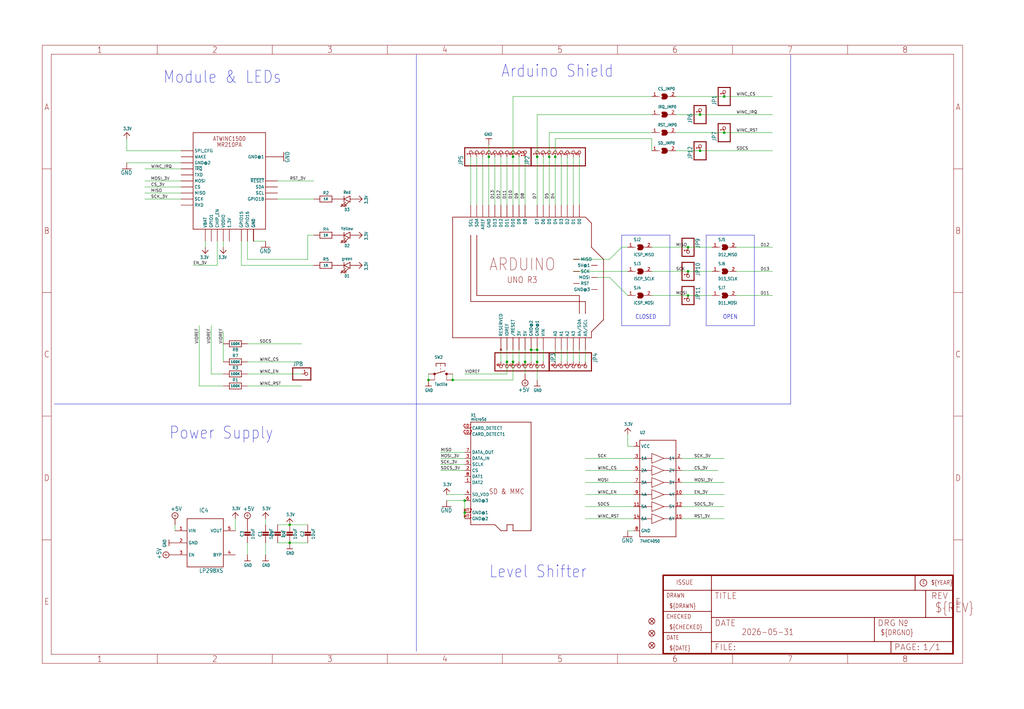
<source format=kicad_sch>
(kicad_sch (version 20230121) (generator eeschema)
  (paper "User" 430.962 298.602)
  (lib_symbols
    (symbol "working-eagle-import:+5V" (power)
      (property "Value" "+5V" (at -1.905 3.175 0))
      (symbol "+5V_1_0"
        (pin power_in line (at 0 -2.54 90) (length 2.54) (name "+5V") (number "1"))
      )
    )
    (symbol "working-eagle-import:3.3V" (power)
      (property "Value" "3.3V" (at -1.524 1.016 0))
      (symbol "3.3V_1_0"
        (pin power_in line (at 0 -2.54 90) (length 2.54) (name "3.3V") (number "1"))
      )
    )
    (symbol "working-eagle-import:74HC4050D"
      (property "Reference" "U" (at -7.62 22.86 0))
      (symbol "74HC4050D_1_0"
        (pin bidirectional line (at -10.16 17.78 0) (length 2.54) (name "VCC") (number "1"))
        (pin bidirectional line (at 10.16 -2.54 180) (length 2.54) (name "4Y") (number "10"))
        (pin bidirectional line (at -10.16 -7.62 0) (length 2.54) (name "5A") (number "11"))
        (pin bidirectional line (at 10.16 -7.62 180) (length 2.54) (name "5Y") (number "12"))
        (pin bidirectional line (at -10.16 -12.7 0) (length 2.54) (name "6A") (number "14"))
        (pin bidirectional line (at 10.16 -12.7 180) (length 2.54) (name "6Y") (number "15"))
        (pin bidirectional line (at 10.16 12.7 180) (length 2.54) (name "1Y") (number "2"))
        (pin bidirectional line (at -10.16 12.7 0) (length 2.54) (name "1A") (number "3"))
        (pin bidirectional line (at 10.16 7.62 180) (length 2.54) (name "2Y") (number "4"))
        (pin bidirectional line (at -10.16 7.62 0) (length 2.54) (name "2A") (number "5"))
        (pin bidirectional line (at 10.16 2.54 180) (length 2.54) (name "3Y") (number "6"))
        (pin bidirectional line (at -10.16 2.54 0) (length 2.54) (name "3A") (number "7"))
        (pin bidirectional line (at -10.16 -17.78 0) (length 2.54) (name "GND") (number "8"))
        (pin bidirectional line (at -10.16 -2.54 0) (length 2.54) (name "4A") (number "9"))
      )
    )
    (symbol "working-eagle-import:ARDUINO_R3_ICSP_NODIM"
      (symbol "ARDUINO_R3_ICSP_NODIM_1_0"
        (text "ARDUINO" (at 15.24 27.94 0) (effects (font (size 5.08 4.318)) (justify left bottom)))
        (text "UNO R3" (at 22.86 22.86 0) (effects (font (size 2.54 2.159)) (justify left bottom)))
        (pin power_in line (at 27.94 -5.08 90) (length 5.08) (name "3V") (number "3V"))
        (pin power_in line (at 30.48 -5.08 90) (length 5.08) (name "5V") (number "5V"))
        (pin passive line (at 60.96 30.48 180) (length 2.54) (name "5V@1") (number "5V_ICSP"))
        (pin bidirectional line (at 43.18 -5.08 90) (length 5.08) (name "A0") (number "A0"))
        (pin bidirectional line (at 45.72 -5.08 90) (length 5.08) (name "A1") (number "A1"))
        (pin bidirectional line (at 48.26 -5.08 90) (length 5.08) (name "A2") (number "A2"))
        (pin bidirectional line (at 50.8 -5.08 90) (length 5.08) (name "A3") (number "A3"))
        (pin bidirectional line (at 53.34 -5.08 90) (length 5.08) (name "A4/SDA") (number "A4"))
        (pin bidirectional line (at 55.88 -5.08 90) (length 5.08) (name "A5/SCL") (number "A5"))
        (pin bidirectional line (at 12.7 55.88 270) (length 5.08) (name "AREF") (number "AREF"))
        (pin bidirectional line (at 53.34 55.88 270) (length 5.08) (name "D0") (number "D0"))
        (pin bidirectional line (at 50.8 55.88 270) (length 5.08) (name "D1") (number "D1"))
        (pin bidirectional line (at 25.4 55.88 270) (length 5.08) (name "D10") (number "D10"))
        (pin bidirectional line (at 22.86 55.88 270) (length 5.08) (name "D11") (number "D11"))
        (pin bidirectional line (at 20.32 55.88 270) (length 5.08) (name "D12") (number "D12"))
        (pin bidirectional line (at 17.78 55.88 270) (length 5.08) (name "D13") (number "D13"))
        (pin bidirectional line (at 48.26 55.88 270) (length 5.08) (name "D2") (number "D2"))
        (pin bidirectional line (at 45.72 55.88 270) (length 5.08) (name "D3") (number "D3"))
        (pin bidirectional line (at 43.18 55.88 270) (length 5.08) (name "D4") (number "D4"))
        (pin bidirectional line (at 40.64 55.88 270) (length 5.08) (name "D5") (number "D5"))
        (pin bidirectional line (at 38.1 55.88 270) (length 5.08) (name "D6") (number "D6"))
        (pin bidirectional line (at 35.56 55.88 270) (length 5.08) (name "D7") (number "D7"))
        (pin bidirectional line (at 30.48 55.88 270) (length 5.08) (name "D8") (number "D8"))
        (pin bidirectional line (at 27.94 55.88 270) (length 5.08) (name "D9") (number "D9"))
        (pin power_in line (at 15.24 55.88 270) (length 5.08) (name "GND") (number "GND"))
        (pin power_in line (at 33.02 -5.08 90) (length 5.08) (name "GND@2") (number "GND@1"))
        (pin passive line (at 60.96 20.32 180) (length 2.54) (name "GND@3") (number "GND@2"))
        (pin power_in line (at 35.56 -5.08 90) (length 5.08) (name "GND@1") (number "GND@3"))
        (pin output line (at 22.86 -5.08 90) (length 5.08) (name "IOREF") (number "IOREF"))
        (pin passive line (at 50.8 33.02 0) (length 2.54) (name "MISO") (number "MISO"))
        (pin passive line (at 60.96 25.4 180) (length 2.54) (name "MOSI") (number "MOSI"))
        (pin no_connect line (at 20.32 -5.08 90) (length 5.08) (name "RESERVED") (number "RESERVED"))
        (pin bidirectional line (at 25.4 -5.08 90) (length 5.08) (name "/RESET") (number "RESET"))
        (pin passive line (at 50.8 22.86 0) (length 2.54) (name "RST") (number "RESET_ICSP"))
        (pin passive line (at 50.8 27.94 0) (length 2.54) (name "SCK") (number "SCK"))
        (pin bidirectional line (at 7.62 55.88 270) (length 5.08) (name "SCL") (number "SCL"))
        (pin bidirectional line (at 10.16 55.88 270) (length 5.08) (name "SDA") (number "SDA"))
        (pin power_in line (at 38.1 -5.08 90) (length 5.08) (name "VIN") (number "VIN"))
      )
    )
    (symbol "working-eagle-import:ATWINC1500_MR210PA"
      (symbol "ATWINC1500_MR210PA_1_0"
        (text "ATWINC1500" (at 0 17.78 0) (effects (font (size 1.778 1.5113))))
        (text "MR210PA" (at 0 15.24 0) (effects (font (size 1.778 1.5113))))
        (pin bidirectional line (at 20.32 -7.62 180) (length 5.08) (name "GPIO18") (number "J1"))
        (pin input line (at -20.32 12.7 0) (length 5.08) (name "SPI_CFG") (number "J10"))
        (pin input line (at -20.32 10.16 0) (length 5.08) (name "WAKE") (number "J11"))
        (pin power_in line (at -20.32 7.62 0) (length 5.08) (name "GND@2") (number "J12"))
        (pin output line (at -20.32 5.08 0) (length 5.08) (name "~{IRQ}") (number "J13"))
        (pin output line (at -20.32 2.54 0) (length 5.08) (name "TXD") (number "J14"))
        (pin input line (at -20.32 0 0) (length 5.08) (name "MOSI") (number "J15"))
        (pin input line (at -20.32 -2.54 0) (length 5.08) (name "CS") (number "J16"))
        (pin output line (at -20.32 -5.08 0) (length 5.08) (name "MISO") (number "J17"))
        (pin input line (at -20.32 -7.62 0) (length 5.08) (name "SCK") (number "J18"))
        (pin input line (at -20.32 -10.16 0) (length 5.08) (name "RXD") (number "J19"))
        (pin bidirectional line (at 20.32 -5.08 180) (length 5.08) (name "SCL") (number "J2"))
        (pin power_in line (at -10.16 -25.4 90) (length 5.08) (name "VBAT") (number "J20"))
        (pin bidirectional line (at -7.62 -25.4 90) (length 5.08) (name "GPIO1") (number "J21"))
        (pin input line (at -5.08 -25.4 90) (length 5.08) (name "CHIP_EN") (number "J22"))
        (pin power_in line (at -2.54 -25.4 90) (length 5.08) (name "VDDIO") (number "J23"))
        (pin passive line (at 0 -25.4 90) (length 5.08) (name "1.3V") (number "J24"))
        (pin bidirectional line (at 5.08 -25.4 90) (length 5.08) (name "GPIO15") (number "J26"))
        (pin bidirectional line (at 7.62 -25.4 90) (length 5.08) (name "GPIO16") (number "J27"))
        (pin power_in line (at 10.16 -25.4 90) (length 5.08) (name "GND") (number "J28"))
        (pin bidirectional line (at 20.32 -2.54 180) (length 5.08) (name "SDA") (number "J3"))
        (pin input line (at 20.32 0 180) (length 5.08) (name "~{RESET}") (number "J4"))
        (pin bidirectional line (at 20.32 10.16 180) (length 5.08) (name "GND@1") (number "J9"))
        (pin power_in line (at 10.16 -25.4 90) (length 5.08) (name "GND") (number "MTGND"))
      )
    )
    (symbol "working-eagle-import:CAP_CERAMIC0805-NOOUTLINE"
      (property "Reference" "C" (at -2.29 1.25 90))
      (symbol "CAP_CERAMIC0805-NOOUTLINE_1_0"
        (pin passive line (at 0 5.08 270) (length 2.54) (name "1") (number "1"))
        (pin passive line (at 0 -2.54 90) (length 2.54) (name "2") (number "2"))
      )
    )
    (symbol "working-eagle-import:FIDUCIAL_1MM")
    (symbol "working-eagle-import:FRAME_A3"
      (symbol "FRAME_A3_1_0"
        (text "1" (at 24.2094 1.905 0) (effects (font (size 2.54 2.286))))
        (text "1" (at 24.2094 258.445 0) (effects (font (size 2.54 2.286))))
        (text "2" (at 72.6281 1.905 0) (effects (font (size 2.54 2.286))))
        (text "2" (at 72.6281 258.445 0) (effects (font (size 2.54 2.286))))
        (text "3" (at 121.0469 1.905 0) (effects (font (size 2.54 2.286))))
        (text "3" (at 121.0469 258.445 0) (effects (font (size 2.54 2.286))))
        (text "4" (at 169.4656 1.905 0) (effects (font (size 2.54 2.286))))
        (text "4" (at 169.4656 258.445 0) (effects (font (size 2.54 2.286))))
        (text "5" (at 217.8844 1.905 0) (effects (font (size 2.54 2.286))))
        (text "5" (at 217.8844 258.445 0) (effects (font (size 2.54 2.286))))
        (text "6" (at 266.3031 1.905 0) (effects (font (size 2.54 2.286))))
        (text "6" (at 266.3031 258.445 0) (effects (font (size 2.54 2.286))))
        (text "7" (at 314.7219 1.905 0) (effects (font (size 2.54 2.286))))
        (text "7" (at 314.7219 258.445 0) (effects (font (size 2.54 2.286))))
        (text "8" (at 363.1406 1.905 0) (effects (font (size 2.54 2.286))))
        (text "8" (at 363.1406 258.445 0) (effects (font (size 2.54 2.286))))
        (text "A" (at 1.905 234.315 0) (effects (font (size 2.54 2.286))))
        (text "A" (at 385.445 234.315 0) (effects (font (size 2.54 2.286))))
        (text "B" (at 1.905 182.245 0) (effects (font (size 2.54 2.286))))
        (text "B" (at 385.445 182.245 0) (effects (font (size 2.54 2.286))))
        (text "C" (at 1.905 130.175 0) (effects (font (size 2.54 2.286))))
        (text "C" (at 385.445 130.175 0) (effects (font (size 2.54 2.286))))
        (text "D" (at 1.905 78.105 0) (effects (font (size 2.54 2.286))))
        (text "D" (at 385.445 78.105 0) (effects (font (size 2.54 2.286))))
        (text "E" (at 1.905 26.035 0) (effects (font (size 2.54 2.286))))
        (text "E" (at 385.445 26.035 0) (effects (font (size 2.54 2.286))))
      )
      (symbol "FRAME_A3_2_0"
        (text "PART OR WHOLE IS STRICTLY PROHIBITED WITHOUT WRITTEN PERMISSION!" (at 3.81 -5.08 0) (effects (font (size 1.27 1.0795)) (justify left bottom)))
        (text "PROPRIETARY" (at 3.81 -10.16 0) (effects (font (size 2.54 2.159) (thickness 0.4318) bold) (justify left bottom)))
        (text "THIS DRAWING CONTAINS CONFIDENTIAL INFORMATION. ANY REPRODUCTION IN" (at 3.81 -2.794 0) (effects (font (size 1.27 1.0795)) (justify left bottom)))
      )
      (symbol "FRAME_A3_3_0"
        (text "${#}/${##}" (at 108.9152 2.8448 0) (effects (font (size 2.54 2.54)) (justify left bottom)))
        (text "${CHECKED}" (at 2.2352 11.7348 0) (effects (font (size 1.778 1.5113)) (justify left bottom)))
        (text "${COMPANY}" (at 23.349 29.6735 0) (effects (font (size 3.175 2.6987) (thickness 0.5397) bold) (justify left bottom)))
        (text "${CURRENT_DATE}" (at 32.7152 9.1948 0) (effects (font (size 2.54 2.159)) (justify left bottom)))
        (text "${DATE}" (at 2.2352 2.8448 0) (effects (font (size 1.778 1.5113)) (justify left bottom)))
        (text "${DRAWN}" (at 2.2352 20.6248 0) (effects (font (size 1.778 1.5113)) (justify left bottom)))
        (text "${DRGNO}" (at 91.1352 9.1948 0) (effects (font (size 2.1844 1.8567)) (justify left bottom)))
        (text "${PROJECTNAME}" (at 33.0327 2.8448 0) (effects (font (size 2.54 2.159)) (justify left bottom)))
        (text "${REV}" (at 113.9952 18.7198 0) (effects (font (size 3.81 3.2385)) (justify left bottom)))
        (text "${YEAR}" (at 112.4077 30.4673 0) (effects (font (size 1.778 1.5113)) (justify left bottom)))
        (text "C" (at 108.7564 30.7848 0) (effects (font (size 1.27 1.0795)) (justify left bottom)))
        (text "CHECKED" (at 0.9652 16.1798 0) (effects (font (size 1.778 1.5113)) (justify left bottom)))
        (text "DATE" (at 0.9652 7.2898 0) (effects (font (size 1.778 1.5113)) (justify left bottom)))
        (text "DATE" (at 21.2852 13.0048 0) (effects (font (size 2.54 2.54)) (justify left bottom)))
        (text "DRAWN" (at 0.9652 25.0698 0) (effects (font (size 1.778 1.5113)) (justify left bottom)))
        (text "DRG" (at 89.8652 13.0048 0) (effects (font (size 2.54 2.54)) (justify left bottom)))
        (text "FILE:" (at 21.2852 2.8448 0) (effects (font (size 2.54 2.54)) (justify left bottom)))
        (text "ISSUE" (at 5.0927 30.4673 0) (effects (font (size 1.9304 1.6408)) (justify left bottom)))
        (text "N" (at 98.4377 13.0048 0) (effects (font (size 2.54 2.54)) (justify left bottom)))
        (text "o" (at 100.9777 13.9573 0) (effects (font (size 2.1844 1.8567)) (justify left bottom)))
        (text "PAGE:" (at 96.8502 2.8448 0) (effects (font (size 2.54 2.54)) (justify left bottom)))
        (text "REV" (at 112.4077 24.4348 0) (effects (font (size 2.54 2.54)) (justify left bottom)))
        (text "TITLE" (at 21.2852 24.4348 0) (effects (font (size 2.54 2.54)) (justify left bottom)))
      )
    )
    (symbol "working-eagle-import:GND" (power)
      (property "Value" "GND" (at -1.524 -2.54 0))
      (symbol "GND_1_0"
        (pin power_in line (at 0 2.54 270) (length 2.54) (name "GND") (number "1"))
      )
    )
    (symbol "working-eagle-import:HEADER-1X1070MIL"
      (property "Reference" "JP" (at -6.35 13.335 0))
      (symbol "HEADER-1X1070MIL_1_0"
        (pin passive inverted (at -2.54 10.16 0) (length 2.54) (name "1") (number "1"))
        (pin passive inverted (at -2.54 -12.7 0) (length 2.54) (name "10") (number "10"))
        (pin passive inverted (at -2.54 7.62 0) (length 2.54) (name "2") (number "2"))
        (pin passive inverted (at -2.54 5.08 0) (length 2.54) (name "3") (number "3"))
        (pin passive inverted (at -2.54 2.54 0) (length 2.54) (name "4") (number "4"))
        (pin passive inverted (at -2.54 0 0) (length 2.54) (name "5") (number "5"))
        (pin passive inverted (at -2.54 -2.54 0) (length 2.54) (name "6") (number "6"))
        (pin passive inverted (at -2.54 -5.08 0) (length 2.54) (name "7") (number "7"))
        (pin passive inverted (at -2.54 -7.62 0) (length 2.54) (name "8") (number "8"))
        (pin passive inverted (at -2.54 -10.16 0) (length 2.54) (name "9") (number "9"))
      )
    )
    (symbol "working-eagle-import:HEADER-1X1ROUND"
      (property "Reference" "JP" (at -6.35 3.175 0))
      (symbol "HEADER-1X1ROUND_1_0"
        (pin passive inverted (at -2.54 0 0) (length 2.54) (name "1") (number "1"))
      )
    )
    (symbol "working-eagle-import:HEADER-1X670MIL"
      (property "Reference" "JP" (at -6.35 10.795 0))
      (symbol "HEADER-1X670MIL_1_0"
        (pin passive inverted (at -2.54 7.62 0) (length 2.54) (name "1") (number "1"))
        (pin passive inverted (at -2.54 5.08 0) (length 2.54) (name "2") (number "2"))
        (pin passive inverted (at -2.54 2.54 0) (length 2.54) (name "3") (number "3"))
        (pin passive inverted (at -2.54 0 0) (length 2.54) (name "4") (number "4"))
        (pin passive inverted (at -2.54 -2.54 0) (length 2.54) (name "5") (number "5"))
        (pin passive inverted (at -2.54 -5.08 0) (length 2.54) (name "6") (number "6"))
      )
    )
    (symbol "working-eagle-import:HEADER-1X870MIL"
      (property "Reference" "JP" (at -6.35 13.335 0))
      (symbol "HEADER-1X870MIL_1_0"
        (pin passive inverted (at -2.54 10.16 0) (length 2.54) (name "1") (number "1"))
        (pin passive inverted (at -2.54 7.62 0) (length 2.54) (name "2") (number "2"))
        (pin passive inverted (at -2.54 5.08 0) (length 2.54) (name "3") (number "3"))
        (pin passive inverted (at -2.54 2.54 0) (length 2.54) (name "4") (number "4"))
        (pin passive inverted (at -2.54 0 0) (length 2.54) (name "5") (number "5"))
        (pin passive inverted (at -2.54 -2.54 0) (length 2.54) (name "6") (number "6"))
        (pin passive inverted (at -2.54 -5.08 0) (length 2.54) (name "7") (number "7"))
        (pin passive inverted (at -2.54 -7.62 0) (length 2.54) (name "8") (number "8"))
      )
    )
    (symbol "working-eagle-import:LED0805_NOOUTLINE"
      (property "Reference" "D" (at -1.27 4.445 0))
      (symbol "LED0805_NOOUTLINE_1_0"
        (pin passive line (at -5.08 0 0) (length 2.54) (name "A") (number "A"))
        (pin passive line (at 2.54 0 180) (length 2.54) (name "C") (number "C"))
      )
    )
    (symbol "working-eagle-import:LP298XS"
      (property "Reference" "IC" (at -12.7 -5.08 90))
      (symbol "LP298XS_1_0"
        (pin bidirectional line (at -5.08 -15.24 90) (length 5.08) (name "VIN") (number "1"))
        (pin bidirectional line (at 0 -15.24 90) (length 5.08) (name "GND") (number "2"))
        (pin bidirectional line (at 5.08 -15.24 90) (length 5.08) (name "EN") (number "3"))
        (pin bidirectional line (at 5.08 10.16 270) (length 5.08) (name "BYP") (number "4"))
        (pin bidirectional line (at -5.08 10.16 270) (length 5.08) (name "VOUT") (number "5"))
      )
    )
    (symbol "working-eagle-import:MICROSD"
      (property "Reference" "X" (at -12.7 22.606 0))
      (symbol "MICROSD_1_0"
        (text "SD & MMC" (at -5.08 -10.16 0) (effects (font (size 2.1844 1.8567)) (justify left bottom)))
        (pin bidirectional line (at -15.24 -5.08 0) (length 2.54) (name "DAT2") (number "1"))
        (pin input line (at -15.24 0 0) (length 2.54) (name "CS") (number "2"))
        (pin input line (at -15.24 5.08 0) (length 2.54) (name "DATA_IN") (number "3"))
        (pin power_in line (at -15.24 -10.16 0) (length 2.54) (name "SD_VDD") (number "4"))
        (pin input line (at -15.24 2.54 0) (length 2.54) (name "SCLK") (number "5"))
        (pin power_in line (at -15.24 -12.7 0) (length 2.54) (name "GND@3") (number "6"))
        (pin output line (at -15.24 7.62 0) (length 2.54) (name "DATA_OUT") (number "7"))
        (pin bidirectional line (at -15.24 -2.54 0) (length 2.54) (name "DAT1") (number "8"))
        (pin passive line (at -15.24 17.78 0) (length 2.54) (name "CARD_DETECT") (number "CD1"))
        (pin passive line (at -15.24 15.24 0) (length 2.54) (name "CARD_DETECT1") (number "CD2"))
        (pin power_in line (at -15.24 -20.32 0) (length 2.54) (name "GND@2") (number "MT1"))
        (pin power_in line (at -15.24 -17.78 0) (length 2.54) (name "GND@1") (number "MT2"))
      )
    )
    (symbol "working-eagle-import:RESISTOR0805_NOOUTLINE"
      (property "Reference" "R" (at 0 2.54 0))
      (symbol "RESISTOR0805_NOOUTLINE_1_0"
        (pin passive line (at -5.08 0 0) (length 2.54) (name "1") (number "1"))
        (pin passive line (at 5.08 0 180) (length 2.54) (name "2") (number "2"))
      )
    )
    (symbol "working-eagle-import:SOLDERJUMPERCLOSED"
      (property "Reference" "SJ" (at -2.54 2.54 0))
      (symbol "SOLDERJUMPERCLOSED_1_0"
        (pin passive line (at -5.08 0 0) (length 2.54) (name "1") (number "1"))
        (pin passive line (at 5.08 0 180) (length 2.54) (name "2") (number "2"))
      )
    )
    (symbol "working-eagle-import:SOLDERJUMPERREFLOW_NOPASTE"
      (property "Reference" "SJ" (at -2.54 2.54 0))
      (symbol "SOLDERJUMPERREFLOW_NOPASTE_1_0"
        (pin passive line (at -5.08 0 0) (length 2.54) (name "1") (number "1"))
        (pin passive line (at 5.08 0 180) (length 2.54) (name "2") (number "2"))
      )
    )
    (symbol "working-eagle-import:SWITCH_TACT_SMT_EVQQ2_SMALL"
      (property "Reference" "SW" (at -2.54 6.35 0))
      (symbol "SWITCH_TACT_SMT_EVQQ2_SMALL_1_0"
        (pin passive line (at -5.08 0 0) (length 2.54) (name "P") (number "A"))
        (pin passive line (at -5.08 -2.54 0) (length 2.54) (name "P1") (number "A'"))
        (pin passive line (at 5.08 0 180) (length 2.54) (name "S") (number "B"))
        (pin passive line (at 5.08 -2.54 180) (length 2.54) (name "S1") (number "B'"))
      )
    )
    (symbol "working-eagle-import:supply1_GND" (power)
      (property "Value" "supply1_GND" (at -2.54 -2.54 0))
      (symbol "supply1_GND_1_0"
        (pin power_in line (at 0 2.54 270) (length 2.54) (name "GND") (number "1"))
      )
    )
  )
  (junction (at 121.92 228.6))
  (junction (at 226.06 147.32))
  (junction (at 289.56 114.3))
  (junction (at 294.64 48.26))
  (junction (at 289.56 124.46))
  (junction (at 205.74 66.04))
  (junction (at 294.64 63.5))
  (junction (at 304.8 40.64))
  (junction (at 195.58 210.82))
  (junction (at 180.34 160.02))
  (junction (at 226.06 66.04))
  (junction (at 220.98 152.4))
  (junction (at 213.36 152.4))
  (junction (at 304.8 55.88))
  (junction (at 233.68 66.04))
  (junction (at 223.52 147.32))
  (junction (at 226.06 152.4))
  (junction (at 231.14 66.04))
  (junction (at 121.92 220.98))
  (junction (at 195.58 215.9))
  (junction (at 215.9 152.4))
  (junction (at 289.56 104.14))
  (junction (at 190.5 160.02))
  (junction (at 215.9 66.04))
  (wire (pts (xy 274.32 40.64) (xy 215.9 40.64)) (stroke (width 0.1524)))
  (wire (pts (xy 226.06 152.4) (xy 226.06 147.32)) (stroke (width 0.1524)))
  (wire (pts (xy 266.7 223.52) (xy 264.16 223.52)) (stroke (width 0.1524)))
  (wire (pts (xy 256.54 109.22) (xy 261.62 104.14)) (stroke (width 0.1524)))
  (polyline (pts (xy 317.5 99.06) (xy 297.18 99.06)) (stroke (width 0.1524) (type solid)))
  (wire (pts (xy 309.88 124.46) (xy 325.12 124.46)) (stroke (width 0.1524)))
  (wire (pts (xy 132.08 99.06) (xy 129.54 99.06)) (stroke (width 0.1524)))
  (wire (pts (xy 76.2 63.5) (xy 53.34 63.5)) (stroke (width 0.1524)))
  (wire (pts (xy 111.76 218.44) (xy 111.76 220.98)) (stroke (width 0.1524)))
  (wire (pts (xy 226.06 48.26) (xy 226.06 66.04)) (stroke (width 0.1524)))
  (wire (pts (xy 261.62 104.14) (xy 264.16 104.14)) (stroke (width 0.1524)))
  (polyline (pts (xy 297.18 99.06) (xy 297.18 137.16)) (stroke (width 0.1524) (type solid)))
  (wire (pts (xy 228.6 152.4) (xy 228.6 147.32)) (stroke (width 0.1524)))
  (wire (pts (xy 210.82 66.04) (xy 210.82 86.36)) (stroke (width 0.1524)))
  (wire (pts (xy 73.66 220.98) (xy 73.66 223.52)) (stroke (width 0.1524)))
  (wire (pts (xy 287.02 198.12) (xy 302.26 198.12)) (stroke (width 0.1524)))
  (wire (pts (xy 53.34 58.42) (xy 53.34 63.5)) (stroke (width 0.1524)))
  (wire (pts (xy 116.84 83.82) (xy 132.08 83.82)) (stroke (width 0.1524)))
  (wire (pts (xy 76.2 78.74) (xy 60.96 78.74)) (stroke (width 0.1524)))
  (wire (pts (xy 127 162.56) (xy 104.14 162.56)) (stroke (width 0.1524)))
  (wire (pts (xy 213.36 152.4) (xy 213.36 147.32)) (stroke (width 0.1524)))
  (wire (pts (xy 104.14 101.6) (xy 104.14 109.22)) (stroke (width 0.1524)))
  (wire (pts (xy 233.68 58.42) (xy 274.32 58.42)) (stroke (width 0.1524)))
  (wire (pts (xy 289.56 124.46) (xy 299.72 124.46)) (stroke (width 0.1524)))
  (wire (pts (xy 241.3 114.3) (xy 264.16 114.3)) (stroke (width 0.1524)))
  (wire (pts (xy 208.28 86.36) (xy 208.28 66.04)) (stroke (width 0.1524)))
  (wire (pts (xy 274.32 55.88) (xy 231.14 55.88)) (stroke (width 0.1524)))
  (wire (pts (xy 233.68 86.36) (xy 233.68 66.04)) (stroke (width 0.1524)))
  (wire (pts (xy 195.58 218.44) (xy 195.58 215.9)) (stroke (width 0.1524)))
  (wire (pts (xy 236.22 66.04) (xy 236.22 86.36)) (stroke (width 0.1524)))
  (wire (pts (xy 218.44 152.4) (xy 218.44 147.32)) (stroke (width 0.1524)))
  (wire (pts (xy 106.68 101.6) (xy 111.76 101.6)) (stroke (width 0.1524)))
  (wire (pts (xy 93.98 139.7) (xy 93.98 152.4)) (stroke (width 0.1524)))
  (wire (pts (xy 185.42 198.12) (xy 195.58 198.12)) (stroke (width 0.1524)))
  (wire (pts (xy 220.98 86.36) (xy 220.98 66.04)) (stroke (width 0.1524)))
  (wire (pts (xy 104.14 144.78) (xy 127 144.78)) (stroke (width 0.1524)))
  (wire (pts (xy 104.14 109.22) (xy 129.54 109.22)) (stroke (width 0.1524)))
  (wire (pts (xy 231.14 66.04) (xy 231.14 86.36)) (stroke (width 0.1524)))
  (polyline (pts (xy 281.94 99.06) (xy 281.94 137.16)) (stroke (width 0.1524) (type solid)))
  (wire (pts (xy 236.22 152.4) (xy 236.22 147.32)) (stroke (width 0.1524)))
  (wire (pts (xy 220.98 152.4) (xy 220.98 147.32)) (stroke (width 0.1524)))
  (wire (pts (xy 266.7 218.44) (xy 246.38 218.44)) (stroke (width 0.1524)))
  (polyline (pts (xy 261.62 99.06) (xy 281.94 99.06)) (stroke (width 0.1524) (type solid)))
  (wire (pts (xy 187.96 210.82) (xy 195.58 210.82)) (stroke (width 0.1524)))
  (wire (pts (xy 101.6 101.6) (xy 101.6 111.76)) (stroke (width 0.1524)))
  (wire (pts (xy 127 157.48) (xy 104.14 157.48)) (stroke (width 0.1524)))
  (wire (pts (xy 289.56 114.3) (xy 299.72 114.3)) (stroke (width 0.1524)))
  (wire (pts (xy 190.5 160.02) (xy 190.5 157.48)) (stroke (width 0.1524)))
  (wire (pts (xy 226.06 160.02) (xy 226.06 152.4)) (stroke (width 0.1524)))
  (wire (pts (xy 284.48 63.5) (xy 294.64 63.5)) (stroke (width 0.1524)))
  (wire (pts (xy 309.88 114.3) (xy 325.12 114.3)) (stroke (width 0.1524)))
  (wire (pts (xy 266.7 198.12) (xy 246.38 198.12)) (stroke (width 0.1524)))
  (wire (pts (xy 241.3 109.22) (xy 256.54 109.22)) (stroke (width 0.1524)))
  (wire (pts (xy 223.52 147.32) (xy 226.06 147.32)) (stroke (width 0.1524)))
  (wire (pts (xy 121.92 228.6) (xy 116.84 228.6)) (stroke (width 0.1524)))
  (wire (pts (xy 91.44 111.76) (xy 81.28 111.76)) (stroke (width 0.1524)))
  (wire (pts (xy 83.82 162.56) (xy 83.82 137.16)) (stroke (width 0.1524)))
  (wire (pts (xy 233.68 66.04) (xy 233.68 58.42)) (stroke (width 0.1524)))
  (wire (pts (xy 99.06 218.44) (xy 99.06 223.52)) (stroke (width 0.1524)))
  (polyline (pts (xy 281.94 137.16) (xy 261.62 137.16)) (stroke (width 0.1524) (type solid)))
  (wire (pts (xy 246.38 152.4) (xy 246.38 147.32)) (stroke (width 0.1524)))
  (wire (pts (xy 287.02 213.36) (xy 304.8 213.36)) (stroke (width 0.1524)))
  (polyline (pts (xy 332.74 170.18) (xy 332.74 22.86)) (stroke (width 0.1524) (type solid)))
  (wire (pts (xy 132.08 76.2) (xy 116.84 76.2)) (stroke (width 0.1524)))
  (wire (pts (xy 264.16 187.96) (xy 264.16 182.88)) (stroke (width 0.1524)))
  (wire (pts (xy 210.82 152.4) (xy 210.82 147.32)) (stroke (width 0.1524)))
  (wire (pts (xy 187.96 208.28) (xy 195.58 208.28)) (stroke (width 0.1524)))
  (wire (pts (xy 104.14 152.4) (xy 127 152.4)) (stroke (width 0.1524)))
  (wire (pts (xy 294.64 63.5) (xy 325.12 63.5)) (stroke (width 0.1524)))
  (wire (pts (xy 266.7 193.04) (xy 246.38 193.04)) (stroke (width 0.1524)))
  (wire (pts (xy 243.84 152.4) (xy 243.84 147.32)) (stroke (width 0.1524)))
  (wire (pts (xy 304.8 208.28) (xy 287.02 208.28)) (stroke (width 0.1524)))
  (wire (pts (xy 287.02 193.04) (xy 304.8 193.04)) (stroke (width 0.1524)))
  (wire (pts (xy 238.76 66.04) (xy 238.76 86.36)) (stroke (width 0.1524)))
  (wire (pts (xy 129.54 220.98) (xy 121.92 220.98)) (stroke (width 0.1524)))
  (wire (pts (xy 213.36 86.36) (xy 213.36 66.04)) (stroke (width 0.1524)))
  (wire (pts (xy 88.9 157.48) (xy 88.9 137.16)) (stroke (width 0.1524)))
  (wire (pts (xy 200.66 66.04) (xy 200.66 86.36)) (stroke (width 0.1524)))
  (wire (pts (xy 93.98 157.48) (xy 88.9 157.48)) (stroke (width 0.1524)))
  (wire (pts (xy 53.34 68.58) (xy 76.2 68.58)) (stroke (width 0.1524)))
  (wire (pts (xy 101.6 111.76) (xy 132.08 111.76)) (stroke (width 0.1524)))
  (wire (pts (xy 228.6 66.04) (xy 228.6 86.36)) (stroke (width 0.1524)))
  (wire (pts (xy 304.8 40.64) (xy 284.48 40.64)) (stroke (width 0.1524)))
  (wire (pts (xy 195.58 215.9) (xy 195.58 210.82)) (stroke (width 0.1524)))
  (wire (pts (xy 220.98 157.48) (xy 220.98 152.4)) (stroke (width 0.1524)))
  (wire (pts (xy 198.12 66.04) (xy 198.12 86.36)) (stroke (width 0.1524)))
  (wire (pts (xy 304.8 55.88) (xy 284.48 55.88)) (stroke (width 0.1524)))
  (wire (pts (xy 60.96 71.12) (xy 76.2 71.12)) (stroke (width 0.1524)))
  (wire (pts (xy 274.32 58.42) (xy 274.32 63.5)) (stroke (width 0.1524)))
  (wire (pts (xy 238.76 152.4) (xy 238.76 147.32)) (stroke (width 0.1524)))
  (wire (pts (xy 93.98 162.56) (xy 83.82 162.56)) (stroke (width 0.1524)))
  (wire (pts (xy 129.54 109.22) (xy 129.54 99.06)) (stroke (width 0.1524)))
  (wire (pts (xy 231.14 55.88) (xy 231.14 66.04)) (stroke (width 0.1524)))
  (wire (pts (xy 213.36 152.4) (xy 213.36 157.48)) (stroke (width 0.1524)))
  (polyline (pts (xy 317.5 137.16) (xy 317.5 99.06)) (stroke (width 0.1524) (type solid)))
  (wire (pts (xy 60.96 83.82) (xy 76.2 83.82)) (stroke (width 0.1524)))
  (wire (pts (xy 266.7 208.28) (xy 246.38 208.28)) (stroke (width 0.1524)))
  (polyline (pts (xy 297.18 137.16) (xy 317.5 137.16)) (stroke (width 0.1524) (type solid)))
  (wire (pts (xy 226.06 86.36) (xy 226.06 66.04)) (stroke (width 0.1524)))
  (wire (pts (xy 274.32 124.46) (xy 289.56 124.46)) (stroke (width 0.1524)))
  (wire (pts (xy 294.64 48.26) (xy 325.12 48.26)) (stroke (width 0.1524)))
  (wire (pts (xy 91.44 101.6) (xy 91.44 111.76)) (stroke (width 0.1524)))
  (wire (pts (xy 215.9 66.04) (xy 215.9 40.64)) (stroke (width 0.1524)))
  (wire (pts (xy 289.56 104.14) (xy 299.72 104.14)) (stroke (width 0.1524)))
  (wire (pts (xy 304.8 55.88) (xy 325.12 55.88)) (stroke (width 0.1524)))
  (polyline (pts (xy 22.86 170.18) (xy 175.26 170.18)) (stroke (width 0.1524) (type solid)))
  (polyline (pts (xy 261.62 137.16) (xy 261.62 99.06)) (stroke (width 0.1524) (type solid)))
  (wire (pts (xy 60.96 76.2) (xy 76.2 76.2)) (stroke (width 0.1524)))
  (wire (pts (xy 274.32 48.26) (xy 226.06 48.26)) (stroke (width 0.1524)))
  (wire (pts (xy 256.54 116.84) (xy 264.16 124.46)) (stroke (width 0.1524)))
  (wire (pts (xy 215.9 160.02) (xy 215.9 152.4)) (stroke (width 0.1524)))
  (wire (pts (xy 304.8 40.64) (xy 325.12 40.64)) (stroke (width 0.1524)))
  (wire (pts (xy 241.3 66.04) (xy 241.3 86.36)) (stroke (width 0.1524)))
  (wire (pts (xy 180.34 157.48) (xy 180.34 160.02)) (stroke (width 0.1524)))
  (wire (pts (xy 309.88 104.14) (xy 325.12 104.14)) (stroke (width 0.1524)))
  (wire (pts (xy 205.74 60.96) (xy 205.74 66.04)) (stroke (width 0.1524)))
  (polyline (pts (xy 175.26 170.18) (xy 175.26 22.86)) (stroke (width 0.1524) (type solid)))
  (wire (pts (xy 241.3 152.4) (xy 241.3 147.32)) (stroke (width 0.1524)))
  (wire (pts (xy 274.32 104.14) (xy 289.56 104.14)) (stroke (width 0.1524)))
  (wire (pts (xy 86.36 104.14) (xy 86.36 101.6)) (stroke (width 0.1524)))
  (wire (pts (xy 304.8 203.2) (xy 287.02 203.2)) (stroke (width 0.1524)))
  (wire (pts (xy 243.84 66.04) (xy 243.84 86.36)) (stroke (width 0.1524)))
  (wire (pts (xy 287.02 218.44) (xy 304.8 218.44)) (stroke (width 0.1524)))
  (wire (pts (xy 274.32 114.3) (xy 289.56 114.3)) (stroke (width 0.1524)))
  (wire (pts (xy 104.14 228.6) (xy 104.14 233.68)) (stroke (width 0.1524)))
  (wire (pts (xy 203.2 66.04) (xy 203.2 86.36)) (stroke (width 0.1524)))
  (wire (pts (xy 195.58 190.5) (xy 185.42 190.5)) (stroke (width 0.1524)))
  (wire (pts (xy 76.2 81.28) (xy 60.96 81.28)) (stroke (width 0.1524)))
  (wire (pts (xy 121.92 220.98) (xy 116.84 220.98)) (stroke (width 0.1524)))
  (wire (pts (xy 213.36 157.48) (xy 195.58 157.48)) (stroke (width 0.1524)))
  (wire (pts (xy 266.7 187.96) (xy 264.16 187.96)) (stroke (width 0.1524)))
  (wire (pts (xy 246.38 203.2) (xy 266.7 203.2)) (stroke (width 0.1524)))
  (wire (pts (xy 251.46 116.84) (xy 256.54 116.84)) (stroke (width 0.1524)))
  (wire (pts (xy 129.54 228.6) (xy 121.92 228.6)) (stroke (width 0.1524)))
  (wire (pts (xy 190.5 160.02) (xy 215.9 160.02)) (stroke (width 0.1524)))
  (wire (pts (xy 215.9 152.4) (xy 215.9 147.32)) (stroke (width 0.1524)))
  (wire (pts (xy 185.42 193.04) (xy 195.58 193.04)) (stroke (width 0.1524)))
  (wire (pts (xy 195.58 195.58) (xy 185.42 195.58)) (stroke (width 0.1524)))
  (wire (pts (xy 215.9 66.04) (xy 215.9 86.36)) (stroke (width 0.1524)))
  (wire (pts (xy 233.68 152.4) (xy 233.68 147.32)) (stroke (width 0.1524)))
  (wire (pts (xy 205.74 66.04) (xy 205.74 86.36)) (stroke (width 0.1524)))
  (wire (pts (xy 223.52 152.4) (xy 223.52 147.32)) (stroke (width 0.1524)))
  (wire (pts (xy 93.98 101.6) (xy 93.98 104.14)) (stroke (width 0.1524)))
  (wire (pts (xy 218.44 66.04) (xy 218.44 86.36)) (stroke (width 0.1524)))
  (wire (pts (xy 294.64 48.26) (xy 284.48 48.26)) (stroke (width 0.1524)))
  (polyline (pts (xy 175.26 170.18) (xy 332.74 170.18)) (stroke (width 0.1524) (type solid)))
  (wire (pts (xy 111.76 228.6) (xy 111.76 233.68)) (stroke (width 0.1524)))
  (wire (pts (xy 266.7 213.36) (xy 246.38 213.36)) (stroke (width 0.1524)))
  (polyline (pts (xy 175.26 274.32) (xy 175.26 170.18)) (stroke (width 0.1524) (type solid)))
  (text "Arduino Shield" (at 210.82 33.02 0) (effects (font (size 5.08 4.318)) (justify left bottom)))
  (text "OPEN" (at 307.34 134.62 0) (effects (font (size 1.778 1.5113)) (justify bottom)))
  (text "Module & LEDs" (at 68.58 35.56 0) (effects (font (size 5.08 4.318)) (justify left bottom)))
  (text "Power Supply" (at 71.12 185.42 0) (effects (font (size 5.08 4.318)) (justify left bottom)))
  (text "Level Shifter" (at 205.74 243.84 0) (effects (font (size 5.08 4.318)) (justify left bottom)))
  (text "CLOSED" (at 271.78 134.62 0) (effects (font (size 1.778 1.5113)) (justify bottom)))
  (label "RST_3V" (at 121.92 76.2 0) (effects (font (size 1.2446 1.2446))))
  (label "SCK" (at 251.46 193.04 0) (effects (font (size 1.2446 1.2446))))
  (label "WINC_RST" (at 309.88 55.88 0) (effects (font (size 1.2446 1.2446))))
  (label "CS_3V" (at 292.1 198.12 0) (effects (font (size 1.2446 1.2446))))
  (label "SDCS" (at 309.88 63.5 0) (effects (font (size 1.2446 1.2446))))
  (label "MISO" (at 185.42 190.5 0) (effects (font (size 1.2446 1.2446))))
  (label "VIOREF" (at 93.98 144.78 90) (effects (font (size 1.2446 1.2446))))
  (label "SCK_3V" (at 63.5 83.82 0) (effects (font (size 1.2446 1.2446))))
  (label "D12" (at 320.04 104.14 0) (effects (font (size 1.2446 1.2446))))
  (label "D13" (at 208.28 83.82 90) (effects (font (size 1.2446 1.2446))))
  (label "D13" (at 320.04 114.3 0) (effects (font (size 1.2446 1.2446))))
  (label "WINC_EN" (at 109.22 157.48 0) (effects (font (size 1.2446 1.2446))))
  (label "SDCS_3V" (at 292.1 213.36 0) (effects (font (size 1.2446 1.2446))))
  (label "WINC_RST" (at 109.22 162.56 0) (effects (font (size 1.2446 1.2446))))
  (label "SCK_3V" (at 292.1 193.04 0) (effects (font (size 1.2446 1.2446))))
  (label "D5" (at 231.14 83.82 90) (effects (font (size 1.2446 1.2446))))
  (label "RST_3V" (at 292.1 218.44 0) (effects (font (size 1.2446 1.2446))))
  (label "MOSI" (at 251.46 203.2 0) (effects (font (size 1.2446 1.2446))))
  (label "D12" (at 210.82 83.82 90) (effects (font (size 1.2446 1.2446))))
  (label "WINC_IRQ" (at 309.88 48.26 0) (effects (font (size 1.2446 1.2446))))
  (label "CS_3V" (at 63.5 78.74 0) (effects (font (size 1.2446 1.2446))))
  (label "MOSI_3V" (at 63.5 76.2 0) (effects (font (size 1.2446 1.2446))))
  (label "MOSI_3V" (at 292.1 203.2 0) (effects (font (size 1.2446 1.2446))))
  (label "WINC_EN" (at 251.46 208.28 0) (effects (font (size 1.2446 1.2446))))
  (label "D10" (at 215.9 83.82 90) (effects (font (size 1.2446 1.2446))))
  (label "SDCS" (at 251.46 213.36 0) (effects (font (size 1.2446 1.2446))))
  (label "D11" (at 320.04 124.46 0) (effects (font (size 1.2446 1.2446))))
  (label "D9" (at 218.44 83.82 90) (effects (font (size 1.2446 1.2446))))
  (label "WINC_CS" (at 109.22 152.4 0) (effects (font (size 1.2446 1.2446))))
  (label "VIOREF" (at 195.58 157.48 0) (effects (font (size 1.2446 1.2446))))
  (label "MISO" (at 284.48 104.14 0) (effects (font (size 1.2446 1.2446))))
  (label "WINC_IRQ" (at 63.5 71.12 0) (effects (font (size 1.2446 1.2446))))
  (label "SCK_3V" (at 185.42 195.58 0) (effects (font (size 1.2446 1.2446))))
  (label "MOSI_3V" (at 185.42 193.04 0) (effects (font (size 1.2446 1.2446))))
  (label "MISO" (at 63.5 81.28 0) (effects (font (size 1.2446 1.2446))))
  (label "MOSI" (at 284.48 124.46 0) (effects (font (size 1.2446 1.2446))))
  (label "WINC_CS" (at 251.46 198.12 0) (effects (font (size 1.2446 1.2446))))
  (label "VIOREF" (at 88.9 144.78 90) (effects (font (size 1.2446 1.2446))))
  (label "D8" (at 220.98 83.82 90) (effects (font (size 1.2446 1.2446))))
  (label "D11" (at 213.36 83.82 90) (effects (font (size 1.2446 1.2446))))
  (label "D4" (at 233.68 83.82 90) (effects (font (size 1.2446 1.2446))))
  (label "SDCS" (at 109.22 144.78 0) (effects (font (size 1.2446 1.2446))))
  (label "VIOREF" (at 83.82 144.78 90) (effects (font (size 1.2446 1.2446))))
  (label "WINC_CS" (at 309.88 40.64 0) (effects (font (size 1.2446 1.2446))))
  (label "EN_3V" (at 81.28 111.76 0) (effects (font (size 1.2446 1.2446))))
  (label "EN_3V" (at 292.1 208.28 0) (effects (font (size 1.2446 1.2446))))
  (label "WINC_RST" (at 251.46 218.44 0) (effects (font (size 1.2446 1.2446))))
  (label "SDCS_3V" (at 185.42 198.12 0) (effects (font (size 1.2446 1.2446))))
  (label "D7" (at 226.06 83.82 90) (effects (font (size 1.2446 1.2446))))
  (label "SCK" (at 284.48 114.3 0) (effects (font (size 1.2446 1.2446))))
  (symbol (lib_id "working-eagle-import:+5V") (at 220.98 160.02 180) (unit 1)
    (property "Reference" "#SUPPLY1" (effects hide))
    (property "Value" "+5V" (at 222.885 163.195 0) (effects (font (size 1.778 1.5113)) (justify left bottom)))
  )
  (symbol (lib_id "working-eagle-import:HEADER-1X1ROUND") (at 289.56 106.68 270) (unit 1)
    (property "Reference" "JP9" (at 292.735 100.33 0) (effects (font (size 1.778 1.5113)) (justify left bottom)))
    (property "Value" "HEADER-1X1ROUND" (effects hide))
    (property "Footprint" "working:1X01_ROUND" (effects hide))
  )
  (symbol (lib_id "working-eagle-import:3.3V") (at 264.16 180.34 0) (unit 1)
    (property "Reference" "#U$12" (effects hide))
    (property "Value" "3.3V" (at 262.636 179.324 0) (effects (font (size 1.27 1.0795)) (justify left bottom)))
  )
  (symbol (lib_id "working-eagle-import:FIDUCIAL_1MM") (at 274.32 261.62 0) (unit 1)
    (property "Reference" "FID2" (effects hide))
    (property "Value" "FIDUCIAL_1MM" (effects hide))
    (property "Footprint" "working:FIDUCIAL_1MM" (effects hide))
  )
  (symbol (lib_id "working-eagle-import:ATWINC1500_MR210PA") (at 96.52 76.2 0) (unit 1)
    (property "Reference" "U$1" (effects hide))
    (property "Value" "ATWINC1500_MR210PA" (effects hide))
    (property "Footprint" "working:ATWINC1500_MR210PA" (effects hide))
  )
  (symbol (lib_id "working-eagle-import:SOLDERJUMPERCLOSED") (at 279.4 48.26 0) (unit 1)
    (property "Reference" "IRQ_JMP0" (at 276.86 45.72 0) (effects (font (size 1.27 1.0795)) (justify left bottom)))
    (property "Value" "SOLDERJUMPERCLOSED" (effects hide))
    (property "Footprint" "working:SOLDERJUMPER_CLOSEDWIRE" (effects hide))
  )
  (symbol (lib_id "working-eagle-import:FRAME_A3") (at 279.4 276.86 0) (unit 3)
    (property "Reference" "#FRAME1" (effects hide))
    (property "Value" "FRAME_A3" (effects hide))
  )
  (symbol (lib_id "working-eagle-import:HEADER-1X1ROUND") (at 289.56 116.84 270) (unit 1)
    (property "Reference" "JP10" (at 292.735 110.49 0) (effects (font (size 1.778 1.5113)) (justify left bottom)))
    (property "Value" "HEADER-1X1ROUND" (effects hide))
    (property "Footprint" "working:1X01_ROUND" (effects hide))
  )
  (symbol (lib_id "working-eagle-import:SOLDERJUMPERCLOSED") (at 269.24 104.14 0) (unit 1)
    (property "Reference" "SJ2" (at 266.7 101.6 0) (effects (font (size 1.27 1.0795)) (justify left bottom)))
    (property "Value" "ICSP_MISO" (at 266.7 107.95 0) (effects (font (size 1.27 1.0795)) (justify left bottom)))
    (property "Footprint" "working:SOLDERJUMPER_CLOSEDWIRE" (effects hide))
  )
  (symbol (lib_id "working-eagle-import:GND") (at 111.76 236.22 0) (unit 1)
    (property "Reference" "#U$14" (effects hide))
    (property "Value" "GND" (at 110.236 238.76 0) (effects (font (size 1.27 1.0795)) (justify left bottom)))
  )
  (symbol (lib_id "working-eagle-import:3.3V") (at 111.76 215.9 0) (unit 1)
    (property "Reference" "#U$16" (effects hide))
    (property "Value" "3.3V" (at 110.236 214.884 0) (effects (font (size 1.27 1.0795)) (justify left bottom)))
  )
  (symbol (lib_id "working-eagle-import:3.3V") (at 152.4 83.82 270) (unit 1)
    (property "Reference" "#U$7" (effects hide))
    (property "Value" "3.3V" (at 153.416 82.296 0) (effects (font (size 1.27 1.0795)) (justify left bottom)))
  )
  (symbol (lib_id "working-eagle-import:SOLDERJUMPERCLOSED") (at 269.24 124.46 0) (unit 1)
    (property "Reference" "SJ4" (at 266.7 121.92 0) (effects (font (size 1.27 1.0795)) (justify left bottom)))
    (property "Value" "ICSP_MOSI" (at 266.7 128.27 0) (effects (font (size 1.27 1.0795)) (justify left bottom)))
    (property "Footprint" "working:SOLDERJUMPER_CLOSEDWIRE" (effects hide))
  )
  (symbol (lib_id "working-eagle-import:RESISTOR0805_NOOUTLINE") (at 137.16 83.82 0) (unit 1)
    (property "Reference" "R2" (at 137.16 81.28 0))
    (property "Value" "1K" (at 137.16 83.82 0) (effects (font (size 1.016 1.016) bold)))
    (property "Footprint" "working:0805-NO" (effects hide))
  )
  (symbol (lib_id "working-eagle-import:HEADER-1X1ROUND") (at 304.8 53.34 90) (unit 1)
    (property "Reference" "JP7" (at 301.625 59.69 0) (effects (font (size 1.778 1.5113)) (justify left bottom)))
    (property "Value" "HEADER-1X1ROUND" (effects hide))
    (property "Footprint" "working:1X01_ROUND" (effects hide))
  )
  (symbol (lib_id "working-eagle-import:CAP_CERAMIC0805-NOOUTLINE") (at 121.92 226.06 0) (unit 1)
    (property "Reference" "C4" (at 119.63 224.81 90))
    (property "Value" "10uF" (at 124.22 224.81 90))
    (property "Footprint" "working:0805-NO" (effects hide))
  )
  (symbol (lib_id "working-eagle-import:74HC4050D") (at 276.86 205.74 0) (unit 1)
    (property "Reference" "U2" (at 269.24 182.88 0) (effects (font (size 1.27 1.0795)) (justify left bottom)))
    (property "Value" "74HC4050" (at 269.24 228.6 0) (effects (font (size 1.27 1.0795)) (justify left bottom)))
    (property "Footprint" "working:SOIC16" (effects hide))
  )
  (symbol (lib_id "working-eagle-import:supply1_GND") (at 187.96 213.36 0) (unit 1)
    (property "Reference" "#GND3" (effects hide))
    (property "Value" "GND" (at 185.42 215.9 0) (effects (font (size 1.778 1.5113)) (justify left bottom)))
  )
  (symbol (lib_id "working-eagle-import:LED0805_NOOUTLINE") (at 144.78 83.82 180) (unit 1)
    (property "Reference" "D3" (at 146.05 88.265 0) (effects (font (size 1.27 1.0795))))
    (property "Value" "Red" (at 146.05 81.026 0) (effects (font (size 1.27 1.0795))))
    (property "Footprint" "working:CHIPLED_0805_NOOUTLINE" (effects hide))
  )
  (symbol (lib_id "working-eagle-import:3.3V") (at 86.36 106.68 180) (unit 1)
    (property "Reference" "#U$5" (effects hide))
    (property "Value" "3.3V" (at 87.884 107.696 0) (effects (font (size 1.27 1.0795)) (justify left bottom)))
  )
  (symbol (lib_id "working-eagle-import:RESISTOR0805_NOOUTLINE") (at 99.06 157.48 0) (unit 1)
    (property "Reference" "R3" (at 99.06 154.94 0))
    (property "Value" "100K" (at 99.06 157.48 0) (effects (font (size 1.016 1.016) bold)))
    (property "Footprint" "working:0805-NO" (effects hide))
  )
  (symbol (lib_id "working-eagle-import:GND") (at 205.74 58.42 180) (unit 1)
    (property "Reference" "#U$20" (effects hide))
    (property "Value" "GND" (at 207.264 55.88 0) (effects (font (size 1.27 1.0795)) (justify left bottom)))
  )
  (symbol (lib_id "working-eagle-import:CAP_CERAMIC0805-NOOUTLINE") (at 111.76 226.06 0) (unit 1)
    (property "Reference" "C1" (at 109.47 224.81 90))
    (property "Value" "10uF" (at 114.06 224.81 90))
    (property "Footprint" "working:0805-NO" (effects hide))
  )
  (symbol (lib_id "working-eagle-import:GND") (at 71.12 228.6 270) (unit 1)
    (property "Reference" "#U$11" (effects hide))
    (property "Value" "GND" (at 68.58 227.076 0) (effects (font (size 1.27 1.0795)) (justify left bottom)))
  )
  (symbol (lib_id "working-eagle-import:HEADER-1X870MIL") (at 218.44 154.94 270) (unit 1)
    (property "Reference" "JP3" (at 231.775 148.59 0) (effects (font (size 1.778 1.5113)) (justify left bottom)))
    (property "Value" "HEADER-1X870MIL" (effects hide))
    (property "Footprint" "working:1X08_ROUND_70" (effects hide))
  )
  (symbol (lib_id "working-eagle-import:FIDUCIAL_1MM") (at 274.32 271.78 0) (unit 1)
    (property "Reference" "FID3" (effects hide))
    (property "Value" "FIDUCIAL_1MM" (effects hide))
    (property "Footprint" "working:FIDUCIAL_1MM" (effects hide))
  )
  (symbol (lib_id "working-eagle-import:MICROSD") (at 210.82 198.12 0) (unit 1)
    (property "Reference" "X1" (at 198.12 175.514 0) (effects (font (size 1.27 1.0795)) (justify left bottom)))
    (property "Value" "microSd" (at 198.12 177.292 0) (effects (font (size 1.27 1.0795)) (justify left bottom)))
    (property "Footprint" "working:MICROSD" (effects hide))
  )
  (symbol (lib_id "working-eagle-import:LP298XS") (at 88.9 228.6 270) (unit 1)
    (property "Reference" "IC4" (at 83.82 215.9 90) (effects (font (size 1.778 1.5113)) (justify left bottom)))
    (property "Value" "LP298XS" (at 83.82 241.3 90) (effects (font (size 1.778 1.5113)) (justify left bottom)))
    (property "Footprint" "working:SOT23-5L" (effects hide))
  )
  (symbol (lib_id "working-eagle-import:SWITCH_TACT_SMT_EVQQ2_SMALL") (at 185.42 157.48 0) (unit 1)
    (property "Reference" "SW2" (at 182.88 151.13 0) (effects (font (size 1.27 1.0795)) (justify left bottom)))
    (property "Value" "Tactile" (at 182.88 162.56 0) (effects (font (size 1.27 1.0795)) (justify left bottom)))
    (property "Footprint" "working:EVQ-Q2_SMALLER" (effects hide))
  )
  (symbol (lib_id "working-eagle-import:RESISTOR0805_NOOUTLINE") (at 99.06 152.4 0) (unit 1)
    (property "Reference" "R7" (at 99.06 149.86 0))
    (property "Value" "100K" (at 99.06 152.4 0) (effects (font (size 1.016 1.016) bold)))
    (property "Footprint" "working:0805-NO" (effects hide))
  )
  (symbol (lib_id "working-eagle-import:FRAME_A3") (at 17.78 279.4 0) (unit 1)
    (property "Reference" "#FRAME1" (effects hide))
    (property "Value" "FRAME_A3" (effects hide))
  )
  (symbol (lib_id "working-eagle-import:HEADER-1X1ROUND") (at 294.64 60.96 90) (unit 1)
    (property "Reference" "JP12" (at 291.465 67.31 0) (effects (font (size 1.778 1.5113)) (justify left bottom)))
    (property "Value" "HEADER-1X1ROUND" (effects hide))
    (property "Footprint" "working:1X01_ROUND" (effects hide))
  )
  (symbol (lib_id "working-eagle-import:SOLDERJUMPERREFLOW_NOPASTE") (at 304.8 104.14 0) (unit 1)
    (property "Reference" "SJ5" (at 302.26 101.6 0) (effects (font (size 1.27 1.0795)) (justify left bottom)))
    (property "Value" "D12_MISO" (at 302.26 107.95 0) (effects (font (size 1.27 1.0795)) (justify left bottom)))
    (property "Footprint" "working:SOLDERJUMPER_REFLOW_NOPASTE" (effects hide))
  )
  (symbol (lib_id "working-eagle-import:supply1_GND") (at 111.76 104.14 0) (unit 1)
    (property "Reference" "#GND1" (effects hide))
    (property "Value" "GND" (at 109.22 106.68 0) (effects (font (size 1.778 1.5113)) (justify left bottom)))
  )
  (symbol (lib_id "working-eagle-import:RESISTOR0805_NOOUTLINE") (at 99.06 162.56 0) (unit 1)
    (property "Reference" "R1" (at 99.06 160.02 0))
    (property "Value" "100K" (at 99.06 162.56 0) (effects (font (size 1.016 1.016) bold)))
    (property "Footprint" "working:0805-NO" (effects hide))
  )
  (symbol (lib_id "working-eagle-import:RESISTOR0805_NOOUTLINE") (at 137.16 99.06 0) (unit 1)
    (property "Reference" "R4" (at 137.16 96.52 0))
    (property "Value" "1K" (at 137.16 99.06 0) (effects (font (size 1.016 1.016) bold)))
    (property "Footprint" "working:0805-NO" (effects hide))
  )
  (symbol (lib_id "working-eagle-import:HEADER-1X1070MIL") (at 208.28 63.5 90) (unit 1)
    (property "Reference" "JP5" (at 194.945 69.85 0) (effects (font (size 1.778 1.5113)) (justify left bottom)))
    (property "Value" "HEADER-1X1070MIL" (effects hide))
    (property "Footprint" "working:1X10_ROUND70" (effects hide))
  )
  (symbol (lib_id "working-eagle-import:RESISTOR0805_NOOUTLINE") (at 99.06 144.78 180) (unit 1)
    (property "Reference" "R8" (at 99.06 147.32 0))
    (property "Value" "100K" (at 99.06 144.78 0) (effects (font (size 1.016 1.016) bold)))
    (property "Footprint" "working:0805-NO" (effects hide))
  )
  (symbol (lib_id "working-eagle-import:SOLDERJUMPERCLOSED") (at 279.4 55.88 0) (unit 1)
    (property "Reference" "RST_JMP0" (at 276.86 53.34 0) (effects (font (size 1.27 1.0795)) (justify left bottom)))
    (property "Value" "SOLDERJUMPERCLOSED" (effects hide))
    (property "Footprint" "working:SOLDERJUMPER_CLOSEDWIRE" (effects hide))
  )
  (symbol (lib_id "working-eagle-import:GND") (at 104.14 236.22 0) (unit 1)
    (property "Reference" "#U$19" (effects hide))
    (property "Value" "GND" (at 102.616 238.76 0) (effects (font (size 1.27 1.0795)) (justify left bottom)))
  )
  (symbol (lib_id "working-eagle-import:SOLDERJUMPERCLOSED") (at 279.4 63.5 0) (unit 1)
    (property "Reference" "SD_JMP0" (at 276.86 60.96 0) (effects (font (size 1.27 1.0795)) (justify left bottom)))
    (property "Value" "SOLDERJUMPERCLOSED" (effects hide))
    (property "Footprint" "working:SOLDERJUMPER_CLOSEDWIRE" (effects hide))
  )
  (symbol (lib_id "working-eagle-import:3.3V") (at 121.92 218.44 0) (unit 1)
    (property "Reference" "#U$17" (effects hide))
    (property "Value" "3.3V" (at 120.396 217.424 0) (effects (font (size 1.27 1.0795)) (justify left bottom)))
  )
  (symbol (lib_id "working-eagle-import:3.3V") (at 152.4 111.76 270) (unit 1)
    (property "Reference" "#U$10" (effects hide))
    (property "Value" "3.3V" (at 153.416 110.236 0) (effects (font (size 1.27 1.0795)) (justify left bottom)))
  )
  (symbol (lib_id "working-eagle-import:LED0805_NOOUTLINE") (at 144.78 99.06 180) (unit 1)
    (property "Reference" "D2" (at 146.05 103.505 0) (effects (font (size 1.27 1.0795))))
    (property "Value" "Yellow" (at 146.05 96.266 0) (effects (font (size 1.27 1.0795))))
    (property "Footprint" "working:CHIPLED_0805_NOOUTLINE" (effects hide))
  )
  (symbol (lib_id "working-eagle-import:HEADER-1X1ROUND") (at 304.8 38.1 90) (unit 1)
    (property "Reference" "JP1" (at 301.625 44.45 0) (effects (font (size 1.778 1.5113)) (justify left bottom)))
    (property "Value" "HEADER-1X1ROUND" (effects hide))
    (property "Footprint" "working:1X01_ROUND" (effects hide))
  )
  (symbol (lib_id "working-eagle-import:HEADER-1X870MIL") (at 236.22 63.5 90) (unit 1)
    (property "Reference" "JP2" (at 222.885 69.85 0) (effects (font (size 1.778 1.5113)) (justify left bottom)))
    (property "Value" "HEADER-1X870MIL" (effects hide))
    (property "Footprint" "working:1X08_ROUND_70" (effects hide))
  )
  (symbol (lib_id "working-eagle-import:+5V") (at 104.14 218.44 0) (unit 1)
    (property "Reference" "#SUPPLY4" (effects hide))
    (property "Value" "+5V" (at 102.235 215.265 0) (effects (font (size 1.778 1.5113)) (justify left bottom)))
  )
  (symbol (lib_id "working-eagle-import:SOLDERJUMPERREFLOW_NOPASTE") (at 304.8 124.46 0) (unit 1)
    (property "Reference" "SJ7" (at 302.26 121.92 0) (effects (font (size 1.27 1.0795)) (justify left bottom)))
    (property "Value" "D11_MOSI" (at 302.26 128.27 0) (effects (font (size 1.27 1.0795)) (justify left bottom)))
    (property "Footprint" "working:SOLDERJUMPER_REFLOW_NOPASTE" (effects hide))
  )
  (symbol (lib_id "working-eagle-import:3.3V") (at 99.06 215.9 0) (unit 1)
    (property "Reference" "#U$15" (effects hide))
    (property "Value" "3.3V" (at 97.536 214.884 0) (effects (font (size 1.27 1.0795)) (justify left bottom)))
  )
  (symbol (lib_id "working-eagle-import:supply1_GND") (at 119.38 66.04 90) (unit 1)
    (property "Reference" "#GND13" (effects hide))
    (property "Value" "GND" (at 121.92 68.58 0) (effects (font (size 1.778 1.5113)) (justify left bottom)))
  )
  (symbol (lib_id "working-eagle-import:HEADER-1X1ROUND") (at 129.54 157.48 0) (unit 1)
    (property "Reference" "JP8" (at 123.19 154.305 0) (effects (font (size 1.778 1.5113)) (justify left bottom)))
    (property "Value" "HEADER-1X1ROUND" (effects hide))
    (property "Footprint" "working:1X01_ROUND" (effects hide))
  )
  (symbol (lib_id "working-eagle-import:3.3V") (at 93.98 106.68 180) (unit 1)
    (property "Reference" "#U$6" (effects hide))
    (property "Value" "3.3V" (at 95.504 107.696 0) (effects (font (size 1.27 1.0795)) (justify left bottom)))
  )
  (symbol (lib_id "working-eagle-import:SOLDERJUMPERCLOSED") (at 269.24 114.3 0) (unit 1)
    (property "Reference" "SJ3" (at 266.7 111.76 0) (effects (font (size 1.27 1.0795)) (justify left bottom)))
    (property "Value" "ISCP_SCLK" (at 266.7 118.11 0) (effects (font (size 1.27 1.0795)) (justify left bottom)))
    (property "Footprint" "working:SOLDERJUMPER_CLOSEDWIRE" (effects hide))
  )
  (symbol (lib_id "working-eagle-import:CAP_CERAMIC0805-NOOUTLINE") (at 104.14 226.06 0) (unit 1)
    (property "Reference" "C3" (at 101.85 224.81 90))
    (property "Value" "10uF" (at 106.44 224.81 90))
    (property "Footprint" "working:0805-NO" (effects hide))
  )
  (symbol (lib_id "working-eagle-import:GND") (at 121.92 231.14 0) (unit 1)
    (property "Reference" "#U$18" (effects hide))
    (property "Value" "GND" (at 120.396 233.68 0) (effects (font (size 1.27 1.0795)) (justify left bottom)))
  )
  (symbol (lib_id "working-eagle-import:HEADER-1X1ROUND") (at 289.56 127 270) (unit 1)
    (property "Reference" "JP11" (at 292.735 120.65 0) (effects (font (size 1.778 1.5113)) (justify left bottom)))
    (property "Value" "HEADER-1X1ROUND" (effects hide))
    (property "Footprint" "working:1X01_ROUND" (effects hide))
  )
  (symbol (lib_id "working-eagle-import:+5V") (at 73.66 218.44 0) (unit 1)
    (property "Reference" "#SUPPLY2" (effects hide))
    (property "Value" "+5V" (at 71.755 215.265 0) (effects (font (size 1.778 1.5113)) (justify left bottom)))
  )
  (symbol (lib_id "working-eagle-import:RESISTOR0805_NOOUTLINE") (at 137.16 111.76 0) (unit 1)
    (property "Reference" "R5" (at 137.16 109.22 0))
    (property "Value" "1K" (at 137.16 111.76 0) (effects (font (size 1.016 1.016) bold)))
    (property "Footprint" "working:0805-NO" (effects hide))
  )
  (symbol (lib_id "working-eagle-import:HEADER-1X670MIL") (at 238.76 154.94 270) (unit 1)
    (property "Reference" "JP4" (at 249.555 148.59 0) (effects (font (size 1.778 1.5113)) (justify left bottom)))
    (property "Value" "HEADER-1X670MIL" (effects hide))
    (property "Footprint" "working:1X06_ROUND_70" (effects hide))
  )
  (symbol (lib_id "working-eagle-import:GND") (at 226.06 162.56 0) (unit 1)
    (property "Reference" "#U$2" (effects hide))
    (property "Value" "GND" (at 224.536 165.1 0) (effects (font (size 1.27 1.0795)) (justify left bottom)))
  )
  (symbol (lib_id "working-eagle-import:LED0805_NOOUTLINE") (at 144.78 111.76 180) (unit 1)
    (property "Reference" "D1" (at 146.05 116.205 0) (effects (font (size 1.27 1.0795))))
    (property "Value" "green" (at 146.05 108.966 0) (effects (font (size 1.27 1.0795))))
    (property "Footprint" "working:CHIPLED_0805_NOOUTLINE" (effects hide))
  )
  (symbol (lib_id "working-eagle-import:supply1_GND") (at 53.34 71.12 0) (unit 1)
    (property "Reference" "#GND2" (effects hide))
    (property "Value" "GND" (at 50.8 73.66 0) (effects (font (size 1.778 1.5113)) (justify left bottom)))
  )
  (symbol (lib_id "working-eagle-import:FIDUCIAL_1MM") (at 274.32 266.7 0) (unit 1)
    (property "Reference" "FID1" (effects hide))
    (property "Value" "FIDUCIAL_1MM" (effects hide))
    (property "Footprint" "working:FIDUCIAL_1MM" (effects hide))
  )
  (symbol (lib_id "working-eagle-import:SOLDERJUMPERREFLOW_NOPASTE") (at 304.8 114.3 0) (unit 1)
    (property "Reference" "SJ6" (at 302.26 111.76 0) (effects (font (size 1.27 1.0795)) (justify left bottom)))
    (property "Value" "D13_SCLK" (at 302.26 118.11 0) (effects (font (size 1.27 1.0795)) (justify left bottom)))
    (property "Footprint" "working:SOLDERJUMPER_REFLOW_NOPASTE" (effects hide))
  )
  (symbol (lib_id "working-eagle-import:CAP_CERAMIC0805-NOOUTLINE") (at 129.54 226.06 0) (unit 1)
    (property "Reference" "C2" (at 127.25 224.81 90))
    (property "Value" "10uF" (at 131.84 224.81 90))
    (property "Footprint" "working:0805-NO" (effects hide))
  )
  (symbol (lib_id "working-eagle-import:supply1_GND") (at 264.16 226.06 0) (unit 1)
    (property "Reference" "#GND5" (effects hide))
    (property "Value" "GND" (at 261.62 228.6 0) (effects (font (size 1.778 1.5113)) (justify left bottom)))
  )
  (symbol (lib_id "working-eagle-import:3.3V") (at 152.4 99.06 270) (unit 1)
    (property "Reference" "#U$8" (effects hide))
    (property "Value" "3.3V" (at 153.416 97.536 0) (effects (font (size 1.27 1.0795)) (justify left bottom)))
  )
  (symbol (lib_id "working-eagle-import:+5V") (at 71.12 233.68 90) (unit 1)
    (property "Reference" "#SUPPLY3" (effects hide))
    (property "Value" "+5V" (at 67.945 235.585 0) (effects (font (size 1.778 1.5113)) (justify left bottom)))
  )
  (symbol (lib_id "working-eagle-import:GND") (at 180.34 162.56 0) (unit 1)
    (property "Reference" "#U$42" (effects hide))
    (property "Value" "GND" (at 178.816 165.1 0) (effects (font (size 1.27 1.0795)) (justify left bottom)))
  )
  (symbol (lib_id "working-eagle-import:CAP_CERAMIC0805-NOOUTLINE") (at 116.84 226.06 0) (unit 1)
    (property "Reference" "C5" (at 114.55 224.81 90))
    (property "Value" "1uF" (at 119.14 224.81 90))
    (property "Footprint" "working:0805-NO" (effects hide))
  )
  (symbol (lib_id "working-eagle-import:SOLDERJUMPERCLOSED") (at 279.4 40.64 0) (unit 1)
    (property "Reference" "CS_JMP0" (at 276.86 38.1 0) (effects (font (size 1.27 1.0795)) (justify left bottom)))
    (property "Value" "SOLDERJUMPERCLOSED" (effects hide))
    (property "Footprint" "working:SOLDERJUMPER_CLOSEDWIRE" (effects hide))
  )
  (symbol (lib_id "working-eagle-import:3.3V") (at 187.96 205.74 0) (unit 1)
    (property "Reference" "#U$3" (effects hide))
    (property "Value" "3.3V" (at 186.436 204.724 0) (effects (font (size 1.27 1.0795)) (justify left bottom)))
  )
  (symbol (lib_id "working-eagle-import:ARDUINO_R3_ICSP_NODIM") (at 190.5 142.24 0) (unit 1)
    (property "Reference" "M1" (effects hide))
    (property "Value" "ARDUINO_R3_ICSP_NODIM" (effects hide))
    (property "Footprint" "working:ARDUINOR3_ICSP_NODIM" (effects hide))
  )
  (symbol (lib_id "working-eagle-import:HEADER-1X1ROUND") (at 294.64 45.72 90) (unit 1)
    (property "Reference" "JP6" (at 291.465 52.07 0) (effects (font (size 1.778 1.5113)) (justify left bottom)))
    (property "Value" "HEADER-1X1ROUND" (effects hide))
    (property "Footprint" "working:1X01_ROUND" (effects hide))
  )
  (symbol (lib_id "working-eagle-import:3.3V") (at 53.34 55.88 0) (unit 1)
    (property "Reference" "#U$4" (effects hide))
    (property "Value" "3.3V" (at 51.816 54.864 0) (effects (font (size 1.27 1.0795)) (justify left bottom)))
  )
)
</source>
